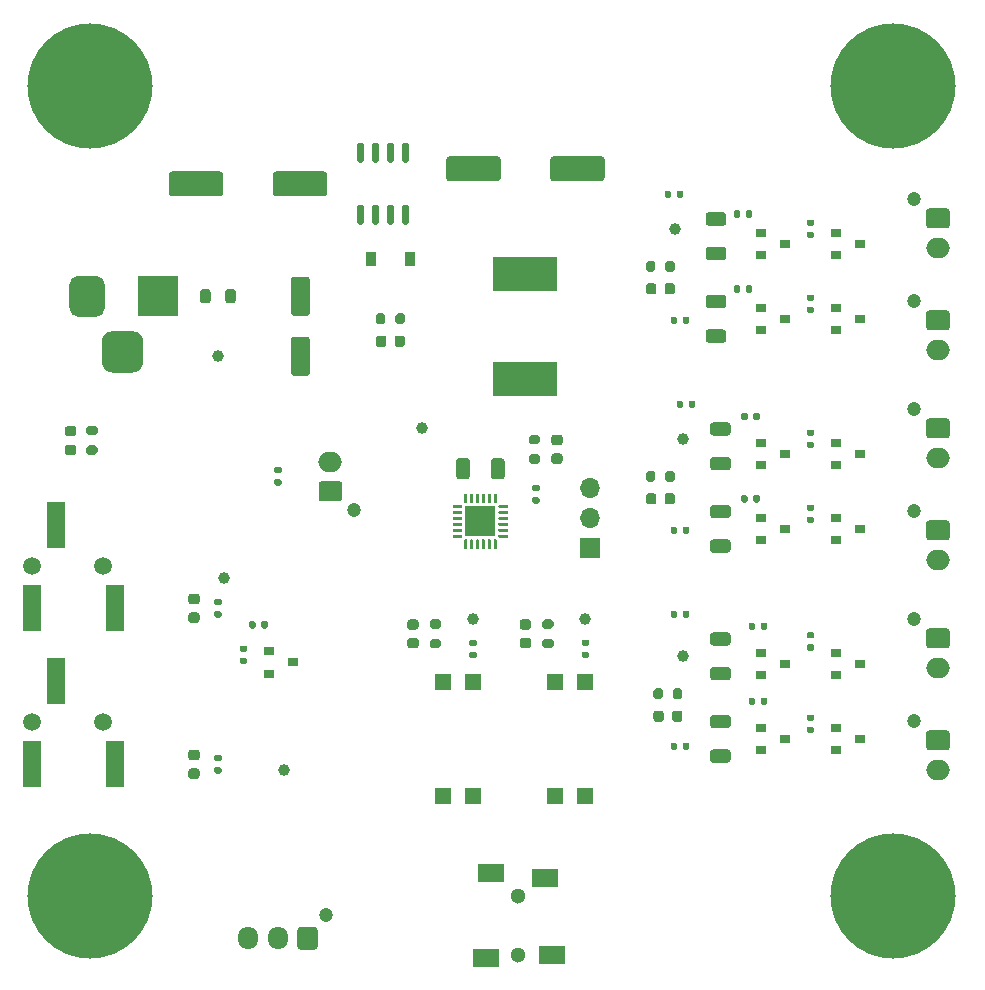
<source format=gbr>
%TF.GenerationSoftware,KiCad,Pcbnew,5.1.10-88a1d61d58~90~ubuntu20.04.1*%
%TF.CreationDate,2021-08-03T18:26:50-06:00*%
%TF.ProjectId,ring_light_controller,72696e67-5f6c-4696-9768-745f636f6e74,5*%
%TF.SameCoordinates,Original*%
%TF.FileFunction,Soldermask,Top*%
%TF.FilePolarity,Negative*%
%FSLAX46Y46*%
G04 Gerber Fmt 4.6, Leading zero omitted, Abs format (unit mm)*
G04 Created by KiCad (PCBNEW 5.1.10-88a1d61d58~90~ubuntu20.04.1) date 2021-08-03 18:26:50*
%MOMM*%
%LPD*%
G01*
G04 APERTURE LIST*
%ADD10R,1.500000X4.000000*%
%ADD11C,1.500000*%
%ADD12O,2.000000X1.700000*%
%ADD13C,1.200000*%
%ADD14C,1.300000*%
%ADD15R,2.200000X1.500000*%
%ADD16R,0.900000X1.200000*%
%ADD17C,0.900000*%
%ADD18C,10.600000*%
%ADD19R,3.500000X3.500000*%
%ADD20O,1.700000X1.950000*%
%ADD21R,0.900000X0.800000*%
%ADD22C,1.000000*%
%ADD23R,2.600000X2.600000*%
%ADD24R,1.470000X1.410000*%
%ADD25R,5.400000X2.900000*%
%ADD26R,1.700000X1.700000*%
%ADD27O,1.700000X1.700000*%
G04 APERTURE END LIST*
D10*
%TO.C,J2*%
X103124000Y-103180000D03*
X101124000Y-110180000D03*
X108124000Y-110180000D03*
D11*
X101124000Y-106680000D03*
X107124000Y-106680000D03*
%TD*%
%TO.C,R27*%
G36*
G01*
X143579000Y-99804000D02*
X143949000Y-99804000D01*
G75*
G02*
X144084000Y-99939000I0J-135000D01*
G01*
X144084000Y-100209000D01*
G75*
G02*
X143949000Y-100344000I-135000J0D01*
G01*
X143579000Y-100344000D01*
G75*
G02*
X143444000Y-100209000I0J135000D01*
G01*
X143444000Y-99939000D01*
G75*
G02*
X143579000Y-99804000I135000J0D01*
G01*
G37*
G36*
G01*
X143579000Y-100824000D02*
X143949000Y-100824000D01*
G75*
G02*
X144084000Y-100959000I0J-135000D01*
G01*
X144084000Y-101229000D01*
G75*
G02*
X143949000Y-101364000I-135000J0D01*
G01*
X143579000Y-101364000D01*
G75*
G02*
X143444000Y-101229000I0J135000D01*
G01*
X143444000Y-100959000D01*
G75*
G02*
X143579000Y-100824000I135000J0D01*
G01*
G37*
%TD*%
%TO.C,J6*%
G36*
G01*
X177050000Y-102782000D02*
X178550000Y-102782000D01*
G75*
G02*
X178800000Y-103032000I0J-250000D01*
G01*
X178800000Y-104232000D01*
G75*
G02*
X178550000Y-104482000I-250000J0D01*
G01*
X177050000Y-104482000D01*
G75*
G02*
X176800000Y-104232000I0J250000D01*
G01*
X176800000Y-103032000D01*
G75*
G02*
X177050000Y-102782000I250000J0D01*
G01*
G37*
D12*
X177800000Y-106132000D03*
D13*
X175800000Y-102032000D03*
%TD*%
D14*
%TO.C,J1*%
X142240000Y-134605000D03*
X142240000Y-139605000D03*
D15*
X144540000Y-133105000D03*
X139940000Y-132605000D03*
X139540000Y-139805000D03*
X145140000Y-139605000D03*
%TD*%
%TO.C,C1*%
G36*
G01*
X137015000Y-99075001D02*
X137015000Y-97774999D01*
G75*
G02*
X137264999Y-97525000I249999J0D01*
G01*
X137915001Y-97525000D01*
G75*
G02*
X138165000Y-97774999I0J-249999D01*
G01*
X138165000Y-99075001D01*
G75*
G02*
X137915001Y-99325000I-249999J0D01*
G01*
X137264999Y-99325000D01*
G75*
G02*
X137015000Y-99075001I0J249999D01*
G01*
G37*
G36*
G01*
X139965000Y-99075001D02*
X139965000Y-97774999D01*
G75*
G02*
X140214999Y-97525000I249999J0D01*
G01*
X140865001Y-97525000D01*
G75*
G02*
X141115000Y-97774999I0J-249999D01*
G01*
X141115000Y-99075001D01*
G75*
G02*
X140865001Y-99325000I-249999J0D01*
G01*
X140214999Y-99325000D01*
G75*
G02*
X139965000Y-99075001I0J249999D01*
G01*
G37*
%TD*%
%TO.C,C2*%
G36*
G01*
X136175000Y-73825001D02*
X136175000Y-72224999D01*
G75*
G02*
X136424999Y-71975000I249999J0D01*
G01*
X140525001Y-71975000D01*
G75*
G02*
X140775000Y-72224999I0J-249999D01*
G01*
X140775000Y-73825001D01*
G75*
G02*
X140525001Y-74075000I-249999J0D01*
G01*
X136424999Y-74075000D01*
G75*
G02*
X136175000Y-73825001I0J249999D01*
G01*
G37*
G36*
G01*
X144975000Y-73825001D02*
X144975000Y-72224999D01*
G75*
G02*
X145224999Y-71975000I249999J0D01*
G01*
X149325001Y-71975000D01*
G75*
G02*
X149575000Y-72224999I0J-249999D01*
G01*
X149575000Y-73825001D01*
G75*
G02*
X149325001Y-74075000I-249999J0D01*
G01*
X145224999Y-74075000D01*
G75*
G02*
X144975000Y-73825001I0J249999D01*
G01*
G37*
%TD*%
%TO.C,C3*%
G36*
G01*
X123275000Y-82160000D02*
X124375000Y-82160000D01*
G75*
G02*
X124625000Y-82410000I0J-250000D01*
G01*
X124625000Y-85235000D01*
G75*
G02*
X124375000Y-85485000I-250000J0D01*
G01*
X123275000Y-85485000D01*
G75*
G02*
X123025000Y-85235000I0J250000D01*
G01*
X123025000Y-82410000D01*
G75*
G02*
X123275000Y-82160000I250000J0D01*
G01*
G37*
G36*
G01*
X123275000Y-87235000D02*
X124375000Y-87235000D01*
G75*
G02*
X124625000Y-87485000I0J-250000D01*
G01*
X124625000Y-90310000D01*
G75*
G02*
X124375000Y-90560000I-250000J0D01*
G01*
X123275000Y-90560000D01*
G75*
G02*
X123025000Y-90310000I0J250000D01*
G01*
X123025000Y-87485000D01*
G75*
G02*
X123275000Y-87235000I250000J0D01*
G01*
G37*
%TD*%
%TO.C,C4*%
G36*
G01*
X121480000Y-75095001D02*
X121480000Y-73494999D01*
G75*
G02*
X121729999Y-73245000I249999J0D01*
G01*
X125830001Y-73245000D01*
G75*
G02*
X126080000Y-73494999I0J-249999D01*
G01*
X126080000Y-75095001D01*
G75*
G02*
X125830001Y-75345000I-249999J0D01*
G01*
X121729999Y-75345000D01*
G75*
G02*
X121480000Y-75095001I0J249999D01*
G01*
G37*
G36*
G01*
X112680000Y-75095001D02*
X112680000Y-73494999D01*
G75*
G02*
X112929999Y-73245000I249999J0D01*
G01*
X117030001Y-73245000D01*
G75*
G02*
X117280000Y-73494999I0J-249999D01*
G01*
X117280000Y-75095001D01*
G75*
G02*
X117030001Y-75345000I-249999J0D01*
G01*
X112929999Y-75345000D01*
G75*
G02*
X112680000Y-75095001I0J249999D01*
G01*
G37*
%TD*%
%TO.C,D1*%
G36*
G01*
X145798250Y-96424000D02*
X145285750Y-96424000D01*
G75*
G02*
X145067000Y-96205250I0J218750D01*
G01*
X145067000Y-95767750D01*
G75*
G02*
X145285750Y-95549000I218750J0D01*
G01*
X145798250Y-95549000D01*
G75*
G02*
X146017000Y-95767750I0J-218750D01*
G01*
X146017000Y-96205250D01*
G75*
G02*
X145798250Y-96424000I-218750J0D01*
G01*
G37*
G36*
G01*
X145798250Y-97999000D02*
X145285750Y-97999000D01*
G75*
G02*
X145067000Y-97780250I0J218750D01*
G01*
X145067000Y-97342750D01*
G75*
G02*
X145285750Y-97124000I218750J0D01*
G01*
X145798250Y-97124000D01*
G75*
G02*
X146017000Y-97342750I0J-218750D01*
G01*
X146017000Y-97780250D01*
G75*
G02*
X145798250Y-97999000I-218750J0D01*
G01*
G37*
%TD*%
%TO.C,D2*%
G36*
G01*
X156165000Y-119123750D02*
X156165000Y-119636250D01*
G75*
G02*
X155946250Y-119855000I-218750J0D01*
G01*
X155508750Y-119855000D01*
G75*
G02*
X155290000Y-119636250I0J218750D01*
G01*
X155290000Y-119123750D01*
G75*
G02*
X155508750Y-118905000I218750J0D01*
G01*
X155946250Y-118905000D01*
G75*
G02*
X156165000Y-119123750I0J-218750D01*
G01*
G37*
G36*
G01*
X154590000Y-119123750D02*
X154590000Y-119636250D01*
G75*
G02*
X154371250Y-119855000I-218750J0D01*
G01*
X153933750Y-119855000D01*
G75*
G02*
X153715000Y-119636250I0J218750D01*
G01*
X153715000Y-119123750D01*
G75*
G02*
X153933750Y-118905000I218750J0D01*
G01*
X154371250Y-118905000D01*
G75*
G02*
X154590000Y-119123750I0J-218750D01*
G01*
G37*
%TD*%
%TO.C,D3*%
G36*
G01*
X155530000Y-100708750D02*
X155530000Y-101221250D01*
G75*
G02*
X155311250Y-101440000I-218750J0D01*
G01*
X154873750Y-101440000D01*
G75*
G02*
X154655000Y-101221250I0J218750D01*
G01*
X154655000Y-100708750D01*
G75*
G02*
X154873750Y-100490000I218750J0D01*
G01*
X155311250Y-100490000D01*
G75*
G02*
X155530000Y-100708750I0J-218750D01*
G01*
G37*
G36*
G01*
X153955000Y-100708750D02*
X153955000Y-101221250D01*
G75*
G02*
X153736250Y-101440000I-218750J0D01*
G01*
X153298750Y-101440000D01*
G75*
G02*
X153080000Y-101221250I0J218750D01*
G01*
X153080000Y-100708750D01*
G75*
G02*
X153298750Y-100490000I218750J0D01*
G01*
X153736250Y-100490000D01*
G75*
G02*
X153955000Y-100708750I0J-218750D01*
G01*
G37*
%TD*%
%TO.C,D4*%
G36*
G01*
X153955000Y-82928750D02*
X153955000Y-83441250D01*
G75*
G02*
X153736250Y-83660000I-218750J0D01*
G01*
X153298750Y-83660000D01*
G75*
G02*
X153080000Y-83441250I0J218750D01*
G01*
X153080000Y-82928750D01*
G75*
G02*
X153298750Y-82710000I218750J0D01*
G01*
X153736250Y-82710000D01*
G75*
G02*
X153955000Y-82928750I0J-218750D01*
G01*
G37*
G36*
G01*
X155530000Y-82928750D02*
X155530000Y-83441250D01*
G75*
G02*
X155311250Y-83660000I-218750J0D01*
G01*
X154873750Y-83660000D01*
G75*
G02*
X154655000Y-83441250I0J218750D01*
G01*
X154655000Y-82928750D01*
G75*
G02*
X154873750Y-82710000I218750J0D01*
G01*
X155311250Y-82710000D01*
G75*
G02*
X155530000Y-82928750I0J-218750D01*
G01*
G37*
%TD*%
%TO.C,D5*%
G36*
G01*
X132670000Y-87373750D02*
X132670000Y-87886250D01*
G75*
G02*
X132451250Y-88105000I-218750J0D01*
G01*
X132013750Y-88105000D01*
G75*
G02*
X131795000Y-87886250I0J218750D01*
G01*
X131795000Y-87373750D01*
G75*
G02*
X132013750Y-87155000I218750J0D01*
G01*
X132451250Y-87155000D01*
G75*
G02*
X132670000Y-87373750I0J-218750D01*
G01*
G37*
G36*
G01*
X131095000Y-87373750D02*
X131095000Y-87886250D01*
G75*
G02*
X130876250Y-88105000I-218750J0D01*
G01*
X130438750Y-88105000D01*
G75*
G02*
X130220000Y-87886250I0J218750D01*
G01*
X130220000Y-87373750D01*
G75*
G02*
X130438750Y-87155000I218750J0D01*
G01*
X130876250Y-87155000D01*
G75*
G02*
X131095000Y-87373750I0J-218750D01*
G01*
G37*
%TD*%
D16*
%TO.C,D6*%
X129795000Y-80645000D03*
X133095000Y-80645000D03*
%TD*%
%TO.C,FB1*%
G36*
G01*
X118340000Y-83438750D02*
X118340000Y-84201250D01*
G75*
G02*
X118121250Y-84420000I-218750J0D01*
G01*
X117683750Y-84420000D01*
G75*
G02*
X117465000Y-84201250I0J218750D01*
G01*
X117465000Y-83438750D01*
G75*
G02*
X117683750Y-83220000I218750J0D01*
G01*
X118121250Y-83220000D01*
G75*
G02*
X118340000Y-83438750I0J-218750D01*
G01*
G37*
G36*
G01*
X116215000Y-83438750D02*
X116215000Y-84201250D01*
G75*
G02*
X115996250Y-84420000I-218750J0D01*
G01*
X115558750Y-84420000D01*
G75*
G02*
X115340000Y-84201250I0J218750D01*
G01*
X115340000Y-83438750D01*
G75*
G02*
X115558750Y-83220000I218750J0D01*
G01*
X115996250Y-83220000D01*
G75*
G02*
X116215000Y-83438750I0J-218750D01*
G01*
G37*
%TD*%
D17*
%TO.C,H1*%
X176800749Y-131809251D03*
X173990000Y-130645000D03*
X171179251Y-131809251D03*
X170015000Y-134620000D03*
X171179251Y-137430749D03*
X173990000Y-138595000D03*
X176800749Y-137430749D03*
X177965000Y-134620000D03*
D18*
X173990000Y-134620000D03*
%TD*%
%TO.C,H2*%
X173990000Y-66040000D03*
D17*
X177965000Y-66040000D03*
X176800749Y-68850749D03*
X173990000Y-70015000D03*
X171179251Y-68850749D03*
X170015000Y-66040000D03*
X171179251Y-63229251D03*
X173990000Y-62065000D03*
X176800749Y-63229251D03*
%TD*%
%TO.C,H3*%
X108855749Y-63229251D03*
X106045000Y-62065000D03*
X103234251Y-63229251D03*
X102070000Y-66040000D03*
X103234251Y-68850749D03*
X106045000Y-70015000D03*
X108855749Y-68850749D03*
X110020000Y-66040000D03*
D18*
X106045000Y-66040000D03*
%TD*%
%TO.C,H4*%
X106045000Y-134620000D03*
D17*
X110020000Y-134620000D03*
X108855749Y-137430749D03*
X106045000Y-138595000D03*
X103234251Y-137430749D03*
X102070000Y-134620000D03*
X103234251Y-131809251D03*
X106045000Y-130645000D03*
X108855749Y-131809251D03*
%TD*%
D13*
%TO.C,J4*%
X175800000Y-119812000D03*
D12*
X177800000Y-123912000D03*
G36*
G01*
X177050000Y-120562000D02*
X178550000Y-120562000D01*
G75*
G02*
X178800000Y-120812000I0J-250000D01*
G01*
X178800000Y-122012000D01*
G75*
G02*
X178550000Y-122262000I-250000J0D01*
G01*
X177050000Y-122262000D01*
G75*
G02*
X176800000Y-122012000I0J250000D01*
G01*
X176800000Y-120812000D01*
G75*
G02*
X177050000Y-120562000I250000J0D01*
G01*
G37*
%TD*%
%TO.C,J5*%
G36*
G01*
X177050000Y-111926000D02*
X178550000Y-111926000D01*
G75*
G02*
X178800000Y-112176000I0J-250000D01*
G01*
X178800000Y-113376000D01*
G75*
G02*
X178550000Y-113626000I-250000J0D01*
G01*
X177050000Y-113626000D01*
G75*
G02*
X176800000Y-113376000I0J250000D01*
G01*
X176800000Y-112176000D01*
G75*
G02*
X177050000Y-111926000I250000J0D01*
G01*
G37*
X177800000Y-115276000D03*
D13*
X175800000Y-111176000D03*
%TD*%
%TO.C,J7*%
X175800000Y-93396000D03*
D12*
X177800000Y-97496000D03*
G36*
G01*
X177050000Y-94146000D02*
X178550000Y-94146000D01*
G75*
G02*
X178800000Y-94396000I0J-250000D01*
G01*
X178800000Y-95596000D01*
G75*
G02*
X178550000Y-95846000I-250000J0D01*
G01*
X177050000Y-95846000D01*
G75*
G02*
X176800000Y-95596000I0J250000D01*
G01*
X176800000Y-94396000D01*
G75*
G02*
X177050000Y-94146000I250000J0D01*
G01*
G37*
%TD*%
D19*
%TO.C,J8*%
X111760000Y-83820000D03*
G36*
G01*
X104260000Y-84820000D02*
X104260000Y-82820000D01*
G75*
G02*
X105010000Y-82070000I750000J0D01*
G01*
X106510000Y-82070000D01*
G75*
G02*
X107260000Y-82820000I0J-750000D01*
G01*
X107260000Y-84820000D01*
G75*
G02*
X106510000Y-85570000I-750000J0D01*
G01*
X105010000Y-85570000D01*
G75*
G02*
X104260000Y-84820000I0J750000D01*
G01*
G37*
G36*
G01*
X107010000Y-89395000D02*
X107010000Y-87645000D01*
G75*
G02*
X107885000Y-86770000I875000J0D01*
G01*
X109635000Y-86770000D01*
G75*
G02*
X110510000Y-87645000I0J-875000D01*
G01*
X110510000Y-89395000D01*
G75*
G02*
X109635000Y-90270000I-875000J0D01*
G01*
X107885000Y-90270000D01*
G75*
G02*
X107010000Y-89395000I0J875000D01*
G01*
G37*
%TD*%
D13*
%TO.C,J10*%
X175800000Y-84252000D03*
D12*
X177800000Y-88352000D03*
G36*
G01*
X177050000Y-85002000D02*
X178550000Y-85002000D01*
G75*
G02*
X178800000Y-85252000I0J-250000D01*
G01*
X178800000Y-86452000D01*
G75*
G02*
X178550000Y-86702000I-250000J0D01*
G01*
X177050000Y-86702000D01*
G75*
G02*
X176800000Y-86452000I0J250000D01*
G01*
X176800000Y-85252000D01*
G75*
G02*
X177050000Y-85002000I250000J0D01*
G01*
G37*
%TD*%
%TO.C,J11*%
G36*
G01*
X177050000Y-76366000D02*
X178550000Y-76366000D01*
G75*
G02*
X178800000Y-76616000I0J-250000D01*
G01*
X178800000Y-77816000D01*
G75*
G02*
X178550000Y-78066000I-250000J0D01*
G01*
X177050000Y-78066000D01*
G75*
G02*
X176800000Y-77816000I0J250000D01*
G01*
X176800000Y-76616000D01*
G75*
G02*
X177050000Y-76366000I250000J0D01*
G01*
G37*
X177800000Y-79716000D03*
D13*
X175800000Y-75616000D03*
%TD*%
%TO.C,J12*%
G36*
G01*
X125270000Y-137451000D02*
X125270000Y-138901000D01*
G75*
G02*
X125020000Y-139151000I-250000J0D01*
G01*
X123820000Y-139151000D01*
G75*
G02*
X123570000Y-138901000I0J250000D01*
G01*
X123570000Y-137451000D01*
G75*
G02*
X123820000Y-137201000I250000J0D01*
G01*
X125020000Y-137201000D01*
G75*
G02*
X125270000Y-137451000I0J-250000D01*
G01*
G37*
D20*
X121920000Y-138176000D03*
X119420000Y-138176000D03*
D13*
X126020000Y-136176000D03*
%TD*%
D21*
%TO.C,Q1*%
X121174000Y-113858000D03*
X121174000Y-115758000D03*
X123174000Y-114808000D03*
%TD*%
%TO.C,Q2*%
X164830000Y-121285000D03*
X162830000Y-122235000D03*
X162830000Y-120335000D03*
%TD*%
%TO.C,Q3*%
X162830000Y-113985000D03*
X162830000Y-115885000D03*
X164830000Y-114935000D03*
%TD*%
%TO.C,Q4*%
X171180000Y-121285000D03*
X169180000Y-122235000D03*
X169180000Y-120335000D03*
%TD*%
%TO.C,Q5*%
X171180000Y-114935000D03*
X169180000Y-115885000D03*
X169180000Y-113985000D03*
%TD*%
%TO.C,Q6*%
X162830000Y-102555000D03*
X162830000Y-104455000D03*
X164830000Y-103505000D03*
%TD*%
%TO.C,Q7*%
X162830000Y-96205000D03*
X162830000Y-98105000D03*
X164830000Y-97155000D03*
%TD*%
%TO.C,Q8*%
X169180000Y-102555000D03*
X169180000Y-104455000D03*
X171180000Y-103505000D03*
%TD*%
%TO.C,Q9*%
X171180000Y-97155000D03*
X169180000Y-98105000D03*
X169180000Y-96205000D03*
%TD*%
%TO.C,Q10*%
X162830000Y-84775000D03*
X162830000Y-86675000D03*
X164830000Y-85725000D03*
%TD*%
%TO.C,Q11*%
X162830000Y-78425000D03*
X162830000Y-80325000D03*
X164830000Y-79375000D03*
%TD*%
%TO.C,Q12*%
X171180000Y-85725000D03*
X169180000Y-86675000D03*
X169180000Y-84775000D03*
%TD*%
%TO.C,Q13*%
X171180000Y-79375000D03*
X169180000Y-80325000D03*
X169180000Y-78425000D03*
%TD*%
%TO.C,R1*%
G36*
G01*
X143362000Y-97199000D02*
X143912000Y-97199000D01*
G75*
G02*
X144112000Y-97399000I0J-200000D01*
G01*
X144112000Y-97799000D01*
G75*
G02*
X143912000Y-97999000I-200000J0D01*
G01*
X143362000Y-97999000D01*
G75*
G02*
X143162000Y-97799000I0J200000D01*
G01*
X143162000Y-97399000D01*
G75*
G02*
X143362000Y-97199000I200000J0D01*
G01*
G37*
G36*
G01*
X143362000Y-95549000D02*
X143912000Y-95549000D01*
G75*
G02*
X144112000Y-95749000I0J-200000D01*
G01*
X144112000Y-96149000D01*
G75*
G02*
X143912000Y-96349000I-200000J0D01*
G01*
X143362000Y-96349000D01*
G75*
G02*
X143162000Y-96149000I0J200000D01*
G01*
X143162000Y-95749000D01*
G75*
G02*
X143362000Y-95549000I200000J0D01*
G01*
G37*
%TD*%
%TO.C,R2*%
G36*
G01*
X155365000Y-117750000D02*
X155365000Y-117200000D01*
G75*
G02*
X155565000Y-117000000I200000J0D01*
G01*
X155965000Y-117000000D01*
G75*
G02*
X156165000Y-117200000I0J-200000D01*
G01*
X156165000Y-117750000D01*
G75*
G02*
X155965000Y-117950000I-200000J0D01*
G01*
X155565000Y-117950000D01*
G75*
G02*
X155365000Y-117750000I0J200000D01*
G01*
G37*
G36*
G01*
X153715000Y-117750000D02*
X153715000Y-117200000D01*
G75*
G02*
X153915000Y-117000000I200000J0D01*
G01*
X154315000Y-117000000D01*
G75*
G02*
X154515000Y-117200000I0J-200000D01*
G01*
X154515000Y-117750000D01*
G75*
G02*
X154315000Y-117950000I-200000J0D01*
G01*
X153915000Y-117950000D01*
G75*
G02*
X153715000Y-117750000I0J200000D01*
G01*
G37*
%TD*%
%TO.C,R3*%
G36*
G01*
X153080000Y-99335000D02*
X153080000Y-98785000D01*
G75*
G02*
X153280000Y-98585000I200000J0D01*
G01*
X153680000Y-98585000D01*
G75*
G02*
X153880000Y-98785000I0J-200000D01*
G01*
X153880000Y-99335000D01*
G75*
G02*
X153680000Y-99535000I-200000J0D01*
G01*
X153280000Y-99535000D01*
G75*
G02*
X153080000Y-99335000I0J200000D01*
G01*
G37*
G36*
G01*
X154730000Y-99335000D02*
X154730000Y-98785000D01*
G75*
G02*
X154930000Y-98585000I200000J0D01*
G01*
X155330000Y-98585000D01*
G75*
G02*
X155530000Y-98785000I0J-200000D01*
G01*
X155530000Y-99335000D01*
G75*
G02*
X155330000Y-99535000I-200000J0D01*
G01*
X154930000Y-99535000D01*
G75*
G02*
X154730000Y-99335000I0J200000D01*
G01*
G37*
%TD*%
%TO.C,R4*%
G36*
G01*
X154730000Y-81555000D02*
X154730000Y-81005000D01*
G75*
G02*
X154930000Y-80805000I200000J0D01*
G01*
X155330000Y-80805000D01*
G75*
G02*
X155530000Y-81005000I0J-200000D01*
G01*
X155530000Y-81555000D01*
G75*
G02*
X155330000Y-81755000I-200000J0D01*
G01*
X154930000Y-81755000D01*
G75*
G02*
X154730000Y-81555000I0J200000D01*
G01*
G37*
G36*
G01*
X153080000Y-81555000D02*
X153080000Y-81005000D01*
G75*
G02*
X153280000Y-80805000I200000J0D01*
G01*
X153680000Y-80805000D01*
G75*
G02*
X153880000Y-81005000I0J-200000D01*
G01*
X153880000Y-81555000D01*
G75*
G02*
X153680000Y-81755000I-200000J0D01*
G01*
X153280000Y-81755000D01*
G75*
G02*
X153080000Y-81555000I0J200000D01*
G01*
G37*
%TD*%
%TO.C,R5*%
G36*
G01*
X130220000Y-86000000D02*
X130220000Y-85450000D01*
G75*
G02*
X130420000Y-85250000I200000J0D01*
G01*
X130820000Y-85250000D01*
G75*
G02*
X131020000Y-85450000I0J-200000D01*
G01*
X131020000Y-86000000D01*
G75*
G02*
X130820000Y-86200000I-200000J0D01*
G01*
X130420000Y-86200000D01*
G75*
G02*
X130220000Y-86000000I0J200000D01*
G01*
G37*
G36*
G01*
X131870000Y-86000000D02*
X131870000Y-85450000D01*
G75*
G02*
X132070000Y-85250000I200000J0D01*
G01*
X132470000Y-85250000D01*
G75*
G02*
X132670000Y-85450000I0J-200000D01*
G01*
X132670000Y-86000000D01*
G75*
G02*
X132470000Y-86200000I-200000J0D01*
G01*
X132070000Y-86200000D01*
G75*
G02*
X131870000Y-86000000I0J200000D01*
G01*
G37*
%TD*%
%TO.C,R7*%
G36*
G01*
X120509000Y-111818000D02*
X120509000Y-111448000D01*
G75*
G02*
X120644000Y-111313000I135000J0D01*
G01*
X120914000Y-111313000D01*
G75*
G02*
X121049000Y-111448000I0J-135000D01*
G01*
X121049000Y-111818000D01*
G75*
G02*
X120914000Y-111953000I-135000J0D01*
G01*
X120644000Y-111953000D01*
G75*
G02*
X120509000Y-111818000I0J135000D01*
G01*
G37*
G36*
G01*
X119489000Y-111818000D02*
X119489000Y-111448000D01*
G75*
G02*
X119624000Y-111313000I135000J0D01*
G01*
X119894000Y-111313000D01*
G75*
G02*
X120029000Y-111448000I0J-135000D01*
G01*
X120029000Y-111818000D01*
G75*
G02*
X119894000Y-111953000I-135000J0D01*
G01*
X119624000Y-111953000D01*
G75*
G02*
X119489000Y-111818000I0J135000D01*
G01*
G37*
%TD*%
%TO.C,R9*%
G36*
G01*
X138615000Y-114445000D02*
X138245000Y-114445000D01*
G75*
G02*
X138110000Y-114310000I0J135000D01*
G01*
X138110000Y-114040000D01*
G75*
G02*
X138245000Y-113905000I135000J0D01*
G01*
X138615000Y-113905000D01*
G75*
G02*
X138750000Y-114040000I0J-135000D01*
G01*
X138750000Y-114310000D01*
G75*
G02*
X138615000Y-114445000I-135000J0D01*
G01*
G37*
G36*
G01*
X138615000Y-113425000D02*
X138245000Y-113425000D01*
G75*
G02*
X138110000Y-113290000I0J135000D01*
G01*
X138110000Y-113020000D01*
G75*
G02*
X138245000Y-112885000I135000J0D01*
G01*
X138615000Y-112885000D01*
G75*
G02*
X138750000Y-113020000I0J-135000D01*
G01*
X138750000Y-113290000D01*
G75*
G02*
X138615000Y-113425000I-135000J0D01*
G01*
G37*
%TD*%
%TO.C,R10*%
G36*
G01*
X148140000Y-114445000D02*
X147770000Y-114445000D01*
G75*
G02*
X147635000Y-114310000I0J135000D01*
G01*
X147635000Y-114040000D01*
G75*
G02*
X147770000Y-113905000I135000J0D01*
G01*
X148140000Y-113905000D01*
G75*
G02*
X148275000Y-114040000I0J-135000D01*
G01*
X148275000Y-114310000D01*
G75*
G02*
X148140000Y-114445000I-135000J0D01*
G01*
G37*
G36*
G01*
X148140000Y-113425000D02*
X147770000Y-113425000D01*
G75*
G02*
X147635000Y-113290000I0J135000D01*
G01*
X147635000Y-113020000D01*
G75*
G02*
X147770000Y-112885000I135000J0D01*
G01*
X148140000Y-112885000D01*
G75*
G02*
X148275000Y-113020000I0J-135000D01*
G01*
X148275000Y-113290000D01*
G75*
G02*
X148140000Y-113425000I-135000J0D01*
G01*
G37*
%TD*%
%TO.C,R11*%
G36*
G01*
X118814000Y-114413000D02*
X119184000Y-114413000D01*
G75*
G02*
X119319000Y-114548000I0J-135000D01*
G01*
X119319000Y-114818000D01*
G75*
G02*
X119184000Y-114953000I-135000J0D01*
G01*
X118814000Y-114953000D01*
G75*
G02*
X118679000Y-114818000I0J135000D01*
G01*
X118679000Y-114548000D01*
G75*
G02*
X118814000Y-114413000I135000J0D01*
G01*
G37*
G36*
G01*
X118814000Y-113393000D02*
X119184000Y-113393000D01*
G75*
G02*
X119319000Y-113528000I0J-135000D01*
G01*
X119319000Y-113798000D01*
G75*
G02*
X119184000Y-113933000I-135000J0D01*
G01*
X118814000Y-113933000D01*
G75*
G02*
X118679000Y-113798000I0J135000D01*
G01*
X118679000Y-113528000D01*
G75*
G02*
X118814000Y-113393000I135000J0D01*
G01*
G37*
%TD*%
%TO.C,R12*%
G36*
G01*
X121735000Y-99300000D02*
X122105000Y-99300000D01*
G75*
G02*
X122240000Y-99435000I0J-135000D01*
G01*
X122240000Y-99705000D01*
G75*
G02*
X122105000Y-99840000I-135000J0D01*
G01*
X121735000Y-99840000D01*
G75*
G02*
X121600000Y-99705000I0J135000D01*
G01*
X121600000Y-99435000D01*
G75*
G02*
X121735000Y-99300000I135000J0D01*
G01*
G37*
G36*
G01*
X121735000Y-98280000D02*
X122105000Y-98280000D01*
G75*
G02*
X122240000Y-98415000I0J-135000D01*
G01*
X122240000Y-98685000D01*
G75*
G02*
X122105000Y-98820000I-135000J0D01*
G01*
X121735000Y-98820000D01*
G75*
G02*
X121600000Y-98685000I0J135000D01*
G01*
X121600000Y-98415000D01*
G75*
G02*
X121735000Y-98280000I135000J0D01*
G01*
G37*
%TD*%
%TO.C,R13*%
G36*
G01*
X166820000Y-119235000D02*
X167190000Y-119235000D01*
G75*
G02*
X167325000Y-119370000I0J-135000D01*
G01*
X167325000Y-119640000D01*
G75*
G02*
X167190000Y-119775000I-135000J0D01*
G01*
X166820000Y-119775000D01*
G75*
G02*
X166685000Y-119640000I0J135000D01*
G01*
X166685000Y-119370000D01*
G75*
G02*
X166820000Y-119235000I135000J0D01*
G01*
G37*
G36*
G01*
X166820000Y-120255000D02*
X167190000Y-120255000D01*
G75*
G02*
X167325000Y-120390000I0J-135000D01*
G01*
X167325000Y-120660000D01*
G75*
G02*
X167190000Y-120795000I-135000J0D01*
G01*
X166820000Y-120795000D01*
G75*
G02*
X166685000Y-120660000I0J135000D01*
G01*
X166685000Y-120390000D01*
G75*
G02*
X166820000Y-120255000I135000J0D01*
G01*
G37*
%TD*%
%TO.C,R14*%
G36*
G01*
X166820000Y-112250000D02*
X167190000Y-112250000D01*
G75*
G02*
X167325000Y-112385000I0J-135000D01*
G01*
X167325000Y-112655000D01*
G75*
G02*
X167190000Y-112790000I-135000J0D01*
G01*
X166820000Y-112790000D01*
G75*
G02*
X166685000Y-112655000I0J135000D01*
G01*
X166685000Y-112385000D01*
G75*
G02*
X166820000Y-112250000I135000J0D01*
G01*
G37*
G36*
G01*
X166820000Y-113270000D02*
X167190000Y-113270000D01*
G75*
G02*
X167325000Y-113405000I0J-135000D01*
G01*
X167325000Y-113675000D01*
G75*
G02*
X167190000Y-113810000I-135000J0D01*
G01*
X166820000Y-113810000D01*
G75*
G02*
X166685000Y-113675000I0J135000D01*
G01*
X166685000Y-113405000D01*
G75*
G02*
X166820000Y-113270000I135000J0D01*
G01*
G37*
%TD*%
%TO.C,R15*%
G36*
G01*
X162800000Y-118295000D02*
X162800000Y-117925000D01*
G75*
G02*
X162935000Y-117790000I135000J0D01*
G01*
X163205000Y-117790000D01*
G75*
G02*
X163340000Y-117925000I0J-135000D01*
G01*
X163340000Y-118295000D01*
G75*
G02*
X163205000Y-118430000I-135000J0D01*
G01*
X162935000Y-118430000D01*
G75*
G02*
X162800000Y-118295000I0J135000D01*
G01*
G37*
G36*
G01*
X161780000Y-118295000D02*
X161780000Y-117925000D01*
G75*
G02*
X161915000Y-117790000I135000J0D01*
G01*
X162185000Y-117790000D01*
G75*
G02*
X162320000Y-117925000I0J-135000D01*
G01*
X162320000Y-118295000D01*
G75*
G02*
X162185000Y-118430000I-135000J0D01*
G01*
X161915000Y-118430000D01*
G75*
G02*
X161780000Y-118295000I0J135000D01*
G01*
G37*
%TD*%
%TO.C,R16*%
G36*
G01*
X162800000Y-111945000D02*
X162800000Y-111575000D01*
G75*
G02*
X162935000Y-111440000I135000J0D01*
G01*
X163205000Y-111440000D01*
G75*
G02*
X163340000Y-111575000I0J-135000D01*
G01*
X163340000Y-111945000D01*
G75*
G02*
X163205000Y-112080000I-135000J0D01*
G01*
X162935000Y-112080000D01*
G75*
G02*
X162800000Y-111945000I0J135000D01*
G01*
G37*
G36*
G01*
X161780000Y-111945000D02*
X161780000Y-111575000D01*
G75*
G02*
X161915000Y-111440000I135000J0D01*
G01*
X162185000Y-111440000D01*
G75*
G02*
X162320000Y-111575000I0J-135000D01*
G01*
X162320000Y-111945000D01*
G75*
G02*
X162185000Y-112080000I-135000J0D01*
G01*
X161915000Y-112080000D01*
G75*
G02*
X161780000Y-111945000I0J135000D01*
G01*
G37*
%TD*%
%TO.C,R19*%
G36*
G01*
X166820000Y-101455000D02*
X167190000Y-101455000D01*
G75*
G02*
X167325000Y-101590000I0J-135000D01*
G01*
X167325000Y-101860000D01*
G75*
G02*
X167190000Y-101995000I-135000J0D01*
G01*
X166820000Y-101995000D01*
G75*
G02*
X166685000Y-101860000I0J135000D01*
G01*
X166685000Y-101590000D01*
G75*
G02*
X166820000Y-101455000I135000J0D01*
G01*
G37*
G36*
G01*
X166820000Y-102475000D02*
X167190000Y-102475000D01*
G75*
G02*
X167325000Y-102610000I0J-135000D01*
G01*
X167325000Y-102880000D01*
G75*
G02*
X167190000Y-103015000I-135000J0D01*
G01*
X166820000Y-103015000D01*
G75*
G02*
X166685000Y-102880000I0J135000D01*
G01*
X166685000Y-102610000D01*
G75*
G02*
X166820000Y-102475000I135000J0D01*
G01*
G37*
%TD*%
%TO.C,R20*%
G36*
G01*
X166820000Y-95105000D02*
X167190000Y-95105000D01*
G75*
G02*
X167325000Y-95240000I0J-135000D01*
G01*
X167325000Y-95510000D01*
G75*
G02*
X167190000Y-95645000I-135000J0D01*
G01*
X166820000Y-95645000D01*
G75*
G02*
X166685000Y-95510000I0J135000D01*
G01*
X166685000Y-95240000D01*
G75*
G02*
X166820000Y-95105000I135000J0D01*
G01*
G37*
G36*
G01*
X166820000Y-96125000D02*
X167190000Y-96125000D01*
G75*
G02*
X167325000Y-96260000I0J-135000D01*
G01*
X167325000Y-96530000D01*
G75*
G02*
X167190000Y-96665000I-135000J0D01*
G01*
X166820000Y-96665000D01*
G75*
G02*
X166685000Y-96530000I0J135000D01*
G01*
X166685000Y-96260000D01*
G75*
G02*
X166820000Y-96125000I135000J0D01*
G01*
G37*
%TD*%
%TO.C,R21*%
G36*
G01*
X162165000Y-101150000D02*
X162165000Y-100780000D01*
G75*
G02*
X162300000Y-100645000I135000J0D01*
G01*
X162570000Y-100645000D01*
G75*
G02*
X162705000Y-100780000I0J-135000D01*
G01*
X162705000Y-101150000D01*
G75*
G02*
X162570000Y-101285000I-135000J0D01*
G01*
X162300000Y-101285000D01*
G75*
G02*
X162165000Y-101150000I0J135000D01*
G01*
G37*
G36*
G01*
X161145000Y-101150000D02*
X161145000Y-100780000D01*
G75*
G02*
X161280000Y-100645000I135000J0D01*
G01*
X161550000Y-100645000D01*
G75*
G02*
X161685000Y-100780000I0J-135000D01*
G01*
X161685000Y-101150000D01*
G75*
G02*
X161550000Y-101285000I-135000J0D01*
G01*
X161280000Y-101285000D01*
G75*
G02*
X161145000Y-101150000I0J135000D01*
G01*
G37*
%TD*%
%TO.C,R22*%
G36*
G01*
X162165000Y-94165000D02*
X162165000Y-93795000D01*
G75*
G02*
X162300000Y-93660000I135000J0D01*
G01*
X162570000Y-93660000D01*
G75*
G02*
X162705000Y-93795000I0J-135000D01*
G01*
X162705000Y-94165000D01*
G75*
G02*
X162570000Y-94300000I-135000J0D01*
G01*
X162300000Y-94300000D01*
G75*
G02*
X162165000Y-94165000I0J135000D01*
G01*
G37*
G36*
G01*
X161145000Y-94165000D02*
X161145000Y-93795000D01*
G75*
G02*
X161280000Y-93660000I135000J0D01*
G01*
X161550000Y-93660000D01*
G75*
G02*
X161685000Y-93795000I0J-135000D01*
G01*
X161685000Y-94165000D01*
G75*
G02*
X161550000Y-94300000I-135000J0D01*
G01*
X161280000Y-94300000D01*
G75*
G02*
X161145000Y-94165000I0J135000D01*
G01*
G37*
%TD*%
%TO.C,R25*%
G36*
G01*
X166820000Y-84695000D02*
X167190000Y-84695000D01*
G75*
G02*
X167325000Y-84830000I0J-135000D01*
G01*
X167325000Y-85100000D01*
G75*
G02*
X167190000Y-85235000I-135000J0D01*
G01*
X166820000Y-85235000D01*
G75*
G02*
X166685000Y-85100000I0J135000D01*
G01*
X166685000Y-84830000D01*
G75*
G02*
X166820000Y-84695000I135000J0D01*
G01*
G37*
G36*
G01*
X166820000Y-83675000D02*
X167190000Y-83675000D01*
G75*
G02*
X167325000Y-83810000I0J-135000D01*
G01*
X167325000Y-84080000D01*
G75*
G02*
X167190000Y-84215000I-135000J0D01*
G01*
X166820000Y-84215000D01*
G75*
G02*
X166685000Y-84080000I0J135000D01*
G01*
X166685000Y-83810000D01*
G75*
G02*
X166820000Y-83675000I135000J0D01*
G01*
G37*
%TD*%
%TO.C,R26*%
G36*
G01*
X166820000Y-77325000D02*
X167190000Y-77325000D01*
G75*
G02*
X167325000Y-77460000I0J-135000D01*
G01*
X167325000Y-77730000D01*
G75*
G02*
X167190000Y-77865000I-135000J0D01*
G01*
X166820000Y-77865000D01*
G75*
G02*
X166685000Y-77730000I0J135000D01*
G01*
X166685000Y-77460000D01*
G75*
G02*
X166820000Y-77325000I135000J0D01*
G01*
G37*
G36*
G01*
X166820000Y-78345000D02*
X167190000Y-78345000D01*
G75*
G02*
X167325000Y-78480000I0J-135000D01*
G01*
X167325000Y-78750000D01*
G75*
G02*
X167190000Y-78885000I-135000J0D01*
G01*
X166820000Y-78885000D01*
G75*
G02*
X166685000Y-78750000I0J135000D01*
G01*
X166685000Y-78480000D01*
G75*
G02*
X166820000Y-78345000I135000J0D01*
G01*
G37*
%TD*%
%TO.C,R28*%
G36*
G01*
X160510000Y-83370000D02*
X160510000Y-83000000D01*
G75*
G02*
X160645000Y-82865000I135000J0D01*
G01*
X160915000Y-82865000D01*
G75*
G02*
X161050000Y-83000000I0J-135000D01*
G01*
X161050000Y-83370000D01*
G75*
G02*
X160915000Y-83505000I-135000J0D01*
G01*
X160645000Y-83505000D01*
G75*
G02*
X160510000Y-83370000I0J135000D01*
G01*
G37*
G36*
G01*
X161530000Y-83370000D02*
X161530000Y-83000000D01*
G75*
G02*
X161665000Y-82865000I135000J0D01*
G01*
X161935000Y-82865000D01*
G75*
G02*
X162070000Y-83000000I0J-135000D01*
G01*
X162070000Y-83370000D01*
G75*
G02*
X161935000Y-83505000I-135000J0D01*
G01*
X161665000Y-83505000D01*
G75*
G02*
X161530000Y-83370000I0J135000D01*
G01*
G37*
%TD*%
%TO.C,R29*%
G36*
G01*
X161530000Y-77020000D02*
X161530000Y-76650000D01*
G75*
G02*
X161665000Y-76515000I135000J0D01*
G01*
X161935000Y-76515000D01*
G75*
G02*
X162070000Y-76650000I0J-135000D01*
G01*
X162070000Y-77020000D01*
G75*
G02*
X161935000Y-77155000I-135000J0D01*
G01*
X161665000Y-77155000D01*
G75*
G02*
X161530000Y-77020000I0J135000D01*
G01*
G37*
G36*
G01*
X160510000Y-77020000D02*
X160510000Y-76650000D01*
G75*
G02*
X160645000Y-76515000I135000J0D01*
G01*
X160915000Y-76515000D01*
G75*
G02*
X161050000Y-76650000I0J-135000D01*
G01*
X161050000Y-77020000D01*
G75*
G02*
X160915000Y-77155000I-135000J0D01*
G01*
X160645000Y-77155000D01*
G75*
G02*
X160510000Y-77020000I0J135000D01*
G01*
G37*
%TD*%
D22*
%TO.C,TP4*%
X138430000Y-111125000D03*
%TD*%
%TO.C,TP5*%
X147955000Y-111125000D03*
%TD*%
%TO.C,TP10*%
X156210000Y-114300000D03*
%TD*%
%TO.C,TP12*%
X156210000Y-95885000D03*
%TD*%
%TO.C,TP14*%
X155575000Y-78105000D03*
%TD*%
%TO.C,U1*%
G36*
G01*
X140252500Y-100520000D02*
X140377500Y-100520000D01*
G75*
G02*
X140440000Y-100582500I0J-62500D01*
G01*
X140440000Y-101282500D01*
G75*
G02*
X140377500Y-101345000I-62500J0D01*
G01*
X140252500Y-101345000D01*
G75*
G02*
X140190000Y-101282500I0J62500D01*
G01*
X140190000Y-100582500D01*
G75*
G02*
X140252500Y-100520000I62500J0D01*
G01*
G37*
G36*
G01*
X139752500Y-100520000D02*
X139877500Y-100520000D01*
G75*
G02*
X139940000Y-100582500I0J-62500D01*
G01*
X139940000Y-101282500D01*
G75*
G02*
X139877500Y-101345000I-62500J0D01*
G01*
X139752500Y-101345000D01*
G75*
G02*
X139690000Y-101282500I0J62500D01*
G01*
X139690000Y-100582500D01*
G75*
G02*
X139752500Y-100520000I62500J0D01*
G01*
G37*
G36*
G01*
X139252500Y-100520000D02*
X139377500Y-100520000D01*
G75*
G02*
X139440000Y-100582500I0J-62500D01*
G01*
X139440000Y-101282500D01*
G75*
G02*
X139377500Y-101345000I-62500J0D01*
G01*
X139252500Y-101345000D01*
G75*
G02*
X139190000Y-101282500I0J62500D01*
G01*
X139190000Y-100582500D01*
G75*
G02*
X139252500Y-100520000I62500J0D01*
G01*
G37*
G36*
G01*
X138752500Y-100520000D02*
X138877500Y-100520000D01*
G75*
G02*
X138940000Y-100582500I0J-62500D01*
G01*
X138940000Y-101282500D01*
G75*
G02*
X138877500Y-101345000I-62500J0D01*
G01*
X138752500Y-101345000D01*
G75*
G02*
X138690000Y-101282500I0J62500D01*
G01*
X138690000Y-100582500D01*
G75*
G02*
X138752500Y-100520000I62500J0D01*
G01*
G37*
G36*
G01*
X138252500Y-100520000D02*
X138377500Y-100520000D01*
G75*
G02*
X138440000Y-100582500I0J-62500D01*
G01*
X138440000Y-101282500D01*
G75*
G02*
X138377500Y-101345000I-62500J0D01*
G01*
X138252500Y-101345000D01*
G75*
G02*
X138190000Y-101282500I0J62500D01*
G01*
X138190000Y-100582500D01*
G75*
G02*
X138252500Y-100520000I62500J0D01*
G01*
G37*
G36*
G01*
X137752500Y-100520000D02*
X137877500Y-100520000D01*
G75*
G02*
X137940000Y-100582500I0J-62500D01*
G01*
X137940000Y-101282500D01*
G75*
G02*
X137877500Y-101345000I-62500J0D01*
G01*
X137752500Y-101345000D01*
G75*
G02*
X137690000Y-101282500I0J62500D01*
G01*
X137690000Y-100582500D01*
G75*
G02*
X137752500Y-100520000I62500J0D01*
G01*
G37*
G36*
G01*
X136777500Y-101495000D02*
X137477500Y-101495000D01*
G75*
G02*
X137540000Y-101557500I0J-62500D01*
G01*
X137540000Y-101682500D01*
G75*
G02*
X137477500Y-101745000I-62500J0D01*
G01*
X136777500Y-101745000D01*
G75*
G02*
X136715000Y-101682500I0J62500D01*
G01*
X136715000Y-101557500D01*
G75*
G02*
X136777500Y-101495000I62500J0D01*
G01*
G37*
G36*
G01*
X136777500Y-101995000D02*
X137477500Y-101995000D01*
G75*
G02*
X137540000Y-102057500I0J-62500D01*
G01*
X137540000Y-102182500D01*
G75*
G02*
X137477500Y-102245000I-62500J0D01*
G01*
X136777500Y-102245000D01*
G75*
G02*
X136715000Y-102182500I0J62500D01*
G01*
X136715000Y-102057500D01*
G75*
G02*
X136777500Y-101995000I62500J0D01*
G01*
G37*
G36*
G01*
X136777500Y-102495000D02*
X137477500Y-102495000D01*
G75*
G02*
X137540000Y-102557500I0J-62500D01*
G01*
X137540000Y-102682500D01*
G75*
G02*
X137477500Y-102745000I-62500J0D01*
G01*
X136777500Y-102745000D01*
G75*
G02*
X136715000Y-102682500I0J62500D01*
G01*
X136715000Y-102557500D01*
G75*
G02*
X136777500Y-102495000I62500J0D01*
G01*
G37*
G36*
G01*
X136777500Y-102995000D02*
X137477500Y-102995000D01*
G75*
G02*
X137540000Y-103057500I0J-62500D01*
G01*
X137540000Y-103182500D01*
G75*
G02*
X137477500Y-103245000I-62500J0D01*
G01*
X136777500Y-103245000D01*
G75*
G02*
X136715000Y-103182500I0J62500D01*
G01*
X136715000Y-103057500D01*
G75*
G02*
X136777500Y-102995000I62500J0D01*
G01*
G37*
G36*
G01*
X136777500Y-103495000D02*
X137477500Y-103495000D01*
G75*
G02*
X137540000Y-103557500I0J-62500D01*
G01*
X137540000Y-103682500D01*
G75*
G02*
X137477500Y-103745000I-62500J0D01*
G01*
X136777500Y-103745000D01*
G75*
G02*
X136715000Y-103682500I0J62500D01*
G01*
X136715000Y-103557500D01*
G75*
G02*
X136777500Y-103495000I62500J0D01*
G01*
G37*
G36*
G01*
X136777500Y-103995000D02*
X137477500Y-103995000D01*
G75*
G02*
X137540000Y-104057500I0J-62500D01*
G01*
X137540000Y-104182500D01*
G75*
G02*
X137477500Y-104245000I-62500J0D01*
G01*
X136777500Y-104245000D01*
G75*
G02*
X136715000Y-104182500I0J62500D01*
G01*
X136715000Y-104057500D01*
G75*
G02*
X136777500Y-103995000I62500J0D01*
G01*
G37*
G36*
G01*
X137752500Y-104395000D02*
X137877500Y-104395000D01*
G75*
G02*
X137940000Y-104457500I0J-62500D01*
G01*
X137940000Y-105157500D01*
G75*
G02*
X137877500Y-105220000I-62500J0D01*
G01*
X137752500Y-105220000D01*
G75*
G02*
X137690000Y-105157500I0J62500D01*
G01*
X137690000Y-104457500D01*
G75*
G02*
X137752500Y-104395000I62500J0D01*
G01*
G37*
G36*
G01*
X138252500Y-104395000D02*
X138377500Y-104395000D01*
G75*
G02*
X138440000Y-104457500I0J-62500D01*
G01*
X138440000Y-105157500D01*
G75*
G02*
X138377500Y-105220000I-62500J0D01*
G01*
X138252500Y-105220000D01*
G75*
G02*
X138190000Y-105157500I0J62500D01*
G01*
X138190000Y-104457500D01*
G75*
G02*
X138252500Y-104395000I62500J0D01*
G01*
G37*
G36*
G01*
X138752500Y-104395000D02*
X138877500Y-104395000D01*
G75*
G02*
X138940000Y-104457500I0J-62500D01*
G01*
X138940000Y-105157500D01*
G75*
G02*
X138877500Y-105220000I-62500J0D01*
G01*
X138752500Y-105220000D01*
G75*
G02*
X138690000Y-105157500I0J62500D01*
G01*
X138690000Y-104457500D01*
G75*
G02*
X138752500Y-104395000I62500J0D01*
G01*
G37*
G36*
G01*
X139252500Y-104395000D02*
X139377500Y-104395000D01*
G75*
G02*
X139440000Y-104457500I0J-62500D01*
G01*
X139440000Y-105157500D01*
G75*
G02*
X139377500Y-105220000I-62500J0D01*
G01*
X139252500Y-105220000D01*
G75*
G02*
X139190000Y-105157500I0J62500D01*
G01*
X139190000Y-104457500D01*
G75*
G02*
X139252500Y-104395000I62500J0D01*
G01*
G37*
G36*
G01*
X139752500Y-104395000D02*
X139877500Y-104395000D01*
G75*
G02*
X139940000Y-104457500I0J-62500D01*
G01*
X139940000Y-105157500D01*
G75*
G02*
X139877500Y-105220000I-62500J0D01*
G01*
X139752500Y-105220000D01*
G75*
G02*
X139690000Y-105157500I0J62500D01*
G01*
X139690000Y-104457500D01*
G75*
G02*
X139752500Y-104395000I62500J0D01*
G01*
G37*
G36*
G01*
X140252500Y-104395000D02*
X140377500Y-104395000D01*
G75*
G02*
X140440000Y-104457500I0J-62500D01*
G01*
X140440000Y-105157500D01*
G75*
G02*
X140377500Y-105220000I-62500J0D01*
G01*
X140252500Y-105220000D01*
G75*
G02*
X140190000Y-105157500I0J62500D01*
G01*
X140190000Y-104457500D01*
G75*
G02*
X140252500Y-104395000I62500J0D01*
G01*
G37*
G36*
G01*
X140652500Y-103995000D02*
X141352500Y-103995000D01*
G75*
G02*
X141415000Y-104057500I0J-62500D01*
G01*
X141415000Y-104182500D01*
G75*
G02*
X141352500Y-104245000I-62500J0D01*
G01*
X140652500Y-104245000D01*
G75*
G02*
X140590000Y-104182500I0J62500D01*
G01*
X140590000Y-104057500D01*
G75*
G02*
X140652500Y-103995000I62500J0D01*
G01*
G37*
G36*
G01*
X140652500Y-103495000D02*
X141352500Y-103495000D01*
G75*
G02*
X141415000Y-103557500I0J-62500D01*
G01*
X141415000Y-103682500D01*
G75*
G02*
X141352500Y-103745000I-62500J0D01*
G01*
X140652500Y-103745000D01*
G75*
G02*
X140590000Y-103682500I0J62500D01*
G01*
X140590000Y-103557500D01*
G75*
G02*
X140652500Y-103495000I62500J0D01*
G01*
G37*
G36*
G01*
X140652500Y-102995000D02*
X141352500Y-102995000D01*
G75*
G02*
X141415000Y-103057500I0J-62500D01*
G01*
X141415000Y-103182500D01*
G75*
G02*
X141352500Y-103245000I-62500J0D01*
G01*
X140652500Y-103245000D01*
G75*
G02*
X140590000Y-103182500I0J62500D01*
G01*
X140590000Y-103057500D01*
G75*
G02*
X140652500Y-102995000I62500J0D01*
G01*
G37*
G36*
G01*
X140652500Y-102495000D02*
X141352500Y-102495000D01*
G75*
G02*
X141415000Y-102557500I0J-62500D01*
G01*
X141415000Y-102682500D01*
G75*
G02*
X141352500Y-102745000I-62500J0D01*
G01*
X140652500Y-102745000D01*
G75*
G02*
X140590000Y-102682500I0J62500D01*
G01*
X140590000Y-102557500D01*
G75*
G02*
X140652500Y-102495000I62500J0D01*
G01*
G37*
G36*
G01*
X140652500Y-101995000D02*
X141352500Y-101995000D01*
G75*
G02*
X141415000Y-102057500I0J-62500D01*
G01*
X141415000Y-102182500D01*
G75*
G02*
X141352500Y-102245000I-62500J0D01*
G01*
X140652500Y-102245000D01*
G75*
G02*
X140590000Y-102182500I0J62500D01*
G01*
X140590000Y-102057500D01*
G75*
G02*
X140652500Y-101995000I62500J0D01*
G01*
G37*
G36*
G01*
X140652500Y-101495000D02*
X141352500Y-101495000D01*
G75*
G02*
X141415000Y-101557500I0J-62500D01*
G01*
X141415000Y-101682500D01*
G75*
G02*
X141352500Y-101745000I-62500J0D01*
G01*
X140652500Y-101745000D01*
G75*
G02*
X140590000Y-101682500I0J62500D01*
G01*
X140590000Y-101557500D01*
G75*
G02*
X140652500Y-101495000I62500J0D01*
G01*
G37*
D23*
X139065000Y-102870000D03*
%TD*%
%TO.C,U4*%
G36*
G01*
X129055000Y-77745000D02*
X128755000Y-77745000D01*
G75*
G02*
X128605000Y-77595000I0J150000D01*
G01*
X128605000Y-76245000D01*
G75*
G02*
X128755000Y-76095000I150000J0D01*
G01*
X129055000Y-76095000D01*
G75*
G02*
X129205000Y-76245000I0J-150000D01*
G01*
X129205000Y-77595000D01*
G75*
G02*
X129055000Y-77745000I-150000J0D01*
G01*
G37*
G36*
G01*
X130325000Y-77745000D02*
X130025000Y-77745000D01*
G75*
G02*
X129875000Y-77595000I0J150000D01*
G01*
X129875000Y-76245000D01*
G75*
G02*
X130025000Y-76095000I150000J0D01*
G01*
X130325000Y-76095000D01*
G75*
G02*
X130475000Y-76245000I0J-150000D01*
G01*
X130475000Y-77595000D01*
G75*
G02*
X130325000Y-77745000I-150000J0D01*
G01*
G37*
G36*
G01*
X131595000Y-77745000D02*
X131295000Y-77745000D01*
G75*
G02*
X131145000Y-77595000I0J150000D01*
G01*
X131145000Y-76245000D01*
G75*
G02*
X131295000Y-76095000I150000J0D01*
G01*
X131595000Y-76095000D01*
G75*
G02*
X131745000Y-76245000I0J-150000D01*
G01*
X131745000Y-77595000D01*
G75*
G02*
X131595000Y-77745000I-150000J0D01*
G01*
G37*
G36*
G01*
X132865000Y-77745000D02*
X132565000Y-77745000D01*
G75*
G02*
X132415000Y-77595000I0J150000D01*
G01*
X132415000Y-76245000D01*
G75*
G02*
X132565000Y-76095000I150000J0D01*
G01*
X132865000Y-76095000D01*
G75*
G02*
X133015000Y-76245000I0J-150000D01*
G01*
X133015000Y-77595000D01*
G75*
G02*
X132865000Y-77745000I-150000J0D01*
G01*
G37*
G36*
G01*
X132865000Y-72495000D02*
X132565000Y-72495000D01*
G75*
G02*
X132415000Y-72345000I0J150000D01*
G01*
X132415000Y-70995000D01*
G75*
G02*
X132565000Y-70845000I150000J0D01*
G01*
X132865000Y-70845000D01*
G75*
G02*
X133015000Y-70995000I0J-150000D01*
G01*
X133015000Y-72345000D01*
G75*
G02*
X132865000Y-72495000I-150000J0D01*
G01*
G37*
G36*
G01*
X131595000Y-72495000D02*
X131295000Y-72495000D01*
G75*
G02*
X131145000Y-72345000I0J150000D01*
G01*
X131145000Y-70995000D01*
G75*
G02*
X131295000Y-70845000I150000J0D01*
G01*
X131595000Y-70845000D01*
G75*
G02*
X131745000Y-70995000I0J-150000D01*
G01*
X131745000Y-72345000D01*
G75*
G02*
X131595000Y-72495000I-150000J0D01*
G01*
G37*
G36*
G01*
X130325000Y-72495000D02*
X130025000Y-72495000D01*
G75*
G02*
X129875000Y-72345000I0J150000D01*
G01*
X129875000Y-70995000D01*
G75*
G02*
X130025000Y-70845000I150000J0D01*
G01*
X130325000Y-70845000D01*
G75*
G02*
X130475000Y-70995000I0J-150000D01*
G01*
X130475000Y-72345000D01*
G75*
G02*
X130325000Y-72495000I-150000J0D01*
G01*
G37*
G36*
G01*
X129055000Y-72495000D02*
X128755000Y-72495000D01*
G75*
G02*
X128605000Y-72345000I0J150000D01*
G01*
X128605000Y-70995000D01*
G75*
G02*
X128755000Y-70845000I150000J0D01*
G01*
X129055000Y-70845000D01*
G75*
G02*
X129205000Y-70995000I0J-150000D01*
G01*
X129205000Y-72345000D01*
G75*
G02*
X129055000Y-72495000I-150000J0D01*
G01*
G37*
%TD*%
D24*
%TO.C,U2*%
X138430000Y-126135000D03*
X135890000Y-126135000D03*
X135890000Y-116435000D03*
X138430000Y-116435000D03*
%TD*%
%TO.C,U3*%
X147955000Y-116435000D03*
X145415000Y-116435000D03*
X145415000Y-126135000D03*
X147955000Y-126135000D03*
%TD*%
%TO.C,D7*%
G36*
G01*
X133606250Y-112045000D02*
X133093750Y-112045000D01*
G75*
G02*
X132875000Y-111826250I0J218750D01*
G01*
X132875000Y-111388750D01*
G75*
G02*
X133093750Y-111170000I218750J0D01*
G01*
X133606250Y-111170000D01*
G75*
G02*
X133825000Y-111388750I0J-218750D01*
G01*
X133825000Y-111826250D01*
G75*
G02*
X133606250Y-112045000I-218750J0D01*
G01*
G37*
G36*
G01*
X133606250Y-113620000D02*
X133093750Y-113620000D01*
G75*
G02*
X132875000Y-113401250I0J218750D01*
G01*
X132875000Y-112963750D01*
G75*
G02*
X133093750Y-112745000I218750J0D01*
G01*
X133606250Y-112745000D01*
G75*
G02*
X133825000Y-112963750I0J-218750D01*
G01*
X133825000Y-113401250D01*
G75*
G02*
X133606250Y-113620000I-218750J0D01*
G01*
G37*
%TD*%
%TO.C,D8*%
G36*
G01*
X143131250Y-113620000D02*
X142618750Y-113620000D01*
G75*
G02*
X142400000Y-113401250I0J218750D01*
G01*
X142400000Y-112963750D01*
G75*
G02*
X142618750Y-112745000I218750J0D01*
G01*
X143131250Y-112745000D01*
G75*
G02*
X143350000Y-112963750I0J-218750D01*
G01*
X143350000Y-113401250D01*
G75*
G02*
X143131250Y-113620000I-218750J0D01*
G01*
G37*
G36*
G01*
X143131250Y-112045000D02*
X142618750Y-112045000D01*
G75*
G02*
X142400000Y-111826250I0J218750D01*
G01*
X142400000Y-111388750D01*
G75*
G02*
X142618750Y-111170000I218750J0D01*
G01*
X143131250Y-111170000D01*
G75*
G02*
X143350000Y-111388750I0J-218750D01*
G01*
X143350000Y-111826250D01*
G75*
G02*
X143131250Y-112045000I-218750J0D01*
G01*
G37*
%TD*%
%TO.C,R32*%
G36*
G01*
X134980000Y-111170000D02*
X135530000Y-111170000D01*
G75*
G02*
X135730000Y-111370000I0J-200000D01*
G01*
X135730000Y-111770000D01*
G75*
G02*
X135530000Y-111970000I-200000J0D01*
G01*
X134980000Y-111970000D01*
G75*
G02*
X134780000Y-111770000I0J200000D01*
G01*
X134780000Y-111370000D01*
G75*
G02*
X134980000Y-111170000I200000J0D01*
G01*
G37*
G36*
G01*
X134980000Y-112820000D02*
X135530000Y-112820000D01*
G75*
G02*
X135730000Y-113020000I0J-200000D01*
G01*
X135730000Y-113420000D01*
G75*
G02*
X135530000Y-113620000I-200000J0D01*
G01*
X134980000Y-113620000D01*
G75*
G02*
X134780000Y-113420000I0J200000D01*
G01*
X134780000Y-113020000D01*
G75*
G02*
X134980000Y-112820000I200000J0D01*
G01*
G37*
%TD*%
%TO.C,R33*%
G36*
G01*
X144505000Y-112820000D02*
X145055000Y-112820000D01*
G75*
G02*
X145255000Y-113020000I0J-200000D01*
G01*
X145255000Y-113420000D01*
G75*
G02*
X145055000Y-113620000I-200000J0D01*
G01*
X144505000Y-113620000D01*
G75*
G02*
X144305000Y-113420000I0J200000D01*
G01*
X144305000Y-113020000D01*
G75*
G02*
X144505000Y-112820000I200000J0D01*
G01*
G37*
G36*
G01*
X144505000Y-111170000D02*
X145055000Y-111170000D01*
G75*
G02*
X145255000Y-111370000I0J-200000D01*
G01*
X145255000Y-111770000D01*
G75*
G02*
X145055000Y-111970000I-200000J0D01*
G01*
X144505000Y-111970000D01*
G75*
G02*
X144305000Y-111770000I0J200000D01*
G01*
X144305000Y-111370000D01*
G75*
G02*
X144505000Y-111170000I200000J0D01*
G01*
G37*
%TD*%
%TO.C,J13*%
G36*
G01*
X127115000Y-101180000D02*
X125615000Y-101180000D01*
G75*
G02*
X125365000Y-100930000I0J250000D01*
G01*
X125365000Y-99730000D01*
G75*
G02*
X125615000Y-99480000I250000J0D01*
G01*
X127115000Y-99480000D01*
G75*
G02*
X127365000Y-99730000I0J-250000D01*
G01*
X127365000Y-100930000D01*
G75*
G02*
X127115000Y-101180000I-250000J0D01*
G01*
G37*
D12*
X126365000Y-97830000D03*
D13*
X128365000Y-101930000D03*
%TD*%
D22*
%TO.C,TP1*%
X134112000Y-94996000D03*
%TD*%
D25*
%TO.C,L1*%
X142875000Y-81910000D03*
X142875000Y-90810000D03*
%TD*%
%TO.C,R17*%
G36*
G01*
X158759997Y-122185000D02*
X160010003Y-122185000D01*
G75*
G02*
X160260000Y-122434997I0J-249997D01*
G01*
X160260000Y-123060003D01*
G75*
G02*
X160010003Y-123310000I-249997J0D01*
G01*
X158759997Y-123310000D01*
G75*
G02*
X158510000Y-123060003I0J249997D01*
G01*
X158510000Y-122434997D01*
G75*
G02*
X158759997Y-122185000I249997J0D01*
G01*
G37*
G36*
G01*
X158759997Y-119260000D02*
X160010003Y-119260000D01*
G75*
G02*
X160260000Y-119509997I0J-249997D01*
G01*
X160260000Y-120135003D01*
G75*
G02*
X160010003Y-120385000I-249997J0D01*
G01*
X158759997Y-120385000D01*
G75*
G02*
X158510000Y-120135003I0J249997D01*
G01*
X158510000Y-119509997D01*
G75*
G02*
X158759997Y-119260000I249997J0D01*
G01*
G37*
%TD*%
%TO.C,R18*%
G36*
G01*
X158759997Y-112275000D02*
X160010003Y-112275000D01*
G75*
G02*
X160260000Y-112524997I0J-249997D01*
G01*
X160260000Y-113150003D01*
G75*
G02*
X160010003Y-113400000I-249997J0D01*
G01*
X158759997Y-113400000D01*
G75*
G02*
X158510000Y-113150003I0J249997D01*
G01*
X158510000Y-112524997D01*
G75*
G02*
X158759997Y-112275000I249997J0D01*
G01*
G37*
G36*
G01*
X158759997Y-115200000D02*
X160010003Y-115200000D01*
G75*
G02*
X160260000Y-115449997I0J-249997D01*
G01*
X160260000Y-116075003D01*
G75*
G02*
X160010003Y-116325000I-249997J0D01*
G01*
X158759997Y-116325000D01*
G75*
G02*
X158510000Y-116075003I0J249997D01*
G01*
X158510000Y-115449997D01*
G75*
G02*
X158759997Y-115200000I249997J0D01*
G01*
G37*
%TD*%
%TO.C,R23*%
G36*
G01*
X158759997Y-101480000D02*
X160010003Y-101480000D01*
G75*
G02*
X160260000Y-101729997I0J-249997D01*
G01*
X160260000Y-102355003D01*
G75*
G02*
X160010003Y-102605000I-249997J0D01*
G01*
X158759997Y-102605000D01*
G75*
G02*
X158510000Y-102355003I0J249997D01*
G01*
X158510000Y-101729997D01*
G75*
G02*
X158759997Y-101480000I249997J0D01*
G01*
G37*
G36*
G01*
X158759997Y-104405000D02*
X160010003Y-104405000D01*
G75*
G02*
X160260000Y-104654997I0J-249997D01*
G01*
X160260000Y-105280003D01*
G75*
G02*
X160010003Y-105530000I-249997J0D01*
G01*
X158759997Y-105530000D01*
G75*
G02*
X158510000Y-105280003I0J249997D01*
G01*
X158510000Y-104654997D01*
G75*
G02*
X158759997Y-104405000I249997J0D01*
G01*
G37*
%TD*%
%TO.C,R24*%
G36*
G01*
X158759997Y-97420000D02*
X160010003Y-97420000D01*
G75*
G02*
X160260000Y-97669997I0J-249997D01*
G01*
X160260000Y-98295003D01*
G75*
G02*
X160010003Y-98545000I-249997J0D01*
G01*
X158759997Y-98545000D01*
G75*
G02*
X158510000Y-98295003I0J249997D01*
G01*
X158510000Y-97669997D01*
G75*
G02*
X158759997Y-97420000I249997J0D01*
G01*
G37*
G36*
G01*
X158759997Y-94495000D02*
X160010003Y-94495000D01*
G75*
G02*
X160260000Y-94744997I0J-249997D01*
G01*
X160260000Y-95370003D01*
G75*
G02*
X160010003Y-95620000I-249997J0D01*
G01*
X158759997Y-95620000D01*
G75*
G02*
X158510000Y-95370003I0J249997D01*
G01*
X158510000Y-94744997D01*
G75*
G02*
X158759997Y-94495000I249997J0D01*
G01*
G37*
%TD*%
%TO.C,R30*%
G36*
G01*
X158378997Y-86625000D02*
X159629003Y-86625000D01*
G75*
G02*
X159879000Y-86874997I0J-249997D01*
G01*
X159879000Y-87500003D01*
G75*
G02*
X159629003Y-87750000I-249997J0D01*
G01*
X158378997Y-87750000D01*
G75*
G02*
X158129000Y-87500003I0J249997D01*
G01*
X158129000Y-86874997D01*
G75*
G02*
X158378997Y-86625000I249997J0D01*
G01*
G37*
G36*
G01*
X158378997Y-83700000D02*
X159629003Y-83700000D01*
G75*
G02*
X159879000Y-83949997I0J-249997D01*
G01*
X159879000Y-84575003D01*
G75*
G02*
X159629003Y-84825000I-249997J0D01*
G01*
X158378997Y-84825000D01*
G75*
G02*
X158129000Y-84575003I0J249997D01*
G01*
X158129000Y-83949997D01*
G75*
G02*
X158378997Y-83700000I249997J0D01*
G01*
G37*
%TD*%
%TO.C,R31*%
G36*
G01*
X158378997Y-76715000D02*
X159629003Y-76715000D01*
G75*
G02*
X159879000Y-76964997I0J-249997D01*
G01*
X159879000Y-77590003D01*
G75*
G02*
X159629003Y-77840000I-249997J0D01*
G01*
X158378997Y-77840000D01*
G75*
G02*
X158129000Y-77590003I0J249997D01*
G01*
X158129000Y-76964997D01*
G75*
G02*
X158378997Y-76715000I249997J0D01*
G01*
G37*
G36*
G01*
X158378997Y-79640000D02*
X159629003Y-79640000D01*
G75*
G02*
X159879000Y-79889997I0J-249997D01*
G01*
X159879000Y-80515003D01*
G75*
G02*
X159629003Y-80765000I-249997J0D01*
G01*
X158378997Y-80765000D01*
G75*
G02*
X158129000Y-80515003I0J249997D01*
G01*
X158129000Y-79889997D01*
G75*
G02*
X158378997Y-79640000I249997J0D01*
G01*
G37*
%TD*%
D26*
%TO.C,J9*%
X148336000Y-105156000D03*
D27*
X148336000Y-102616000D03*
X148336000Y-100076000D03*
%TD*%
D11*
%TO.C,J3*%
X107124000Y-119888000D03*
X101124000Y-119888000D03*
D10*
X108124000Y-123388000D03*
X101124000Y-123388000D03*
X103124000Y-116388000D03*
%TD*%
D22*
%TO.C,TP2*%
X117357001Y-107705001D03*
%TD*%
%TO.C,TP3*%
X122428000Y-123952000D03*
%TD*%
%TO.C,TP6*%
X116840000Y-88900000D03*
%TD*%
%TO.C,D9*%
G36*
G01*
X104104749Y-94808001D02*
X104617249Y-94808001D01*
G75*
G02*
X104835999Y-95026751I0J-218750D01*
G01*
X104835999Y-95464251D01*
G75*
G02*
X104617249Y-95683001I-218750J0D01*
G01*
X104104749Y-95683001D01*
G75*
G02*
X103885999Y-95464251I0J218750D01*
G01*
X103885999Y-95026751D01*
G75*
G02*
X104104749Y-94808001I218750J0D01*
G01*
G37*
G36*
G01*
X104104749Y-96383001D02*
X104617249Y-96383001D01*
G75*
G02*
X104835999Y-96601751I0J-218750D01*
G01*
X104835999Y-97039251D01*
G75*
G02*
X104617249Y-97258001I-218750J0D01*
G01*
X104104749Y-97258001D01*
G75*
G02*
X103885999Y-97039251I0J218750D01*
G01*
X103885999Y-96601751D01*
G75*
G02*
X104104749Y-96383001I218750J0D01*
G01*
G37*
%TD*%
%TO.C,R6*%
G36*
G01*
X105897000Y-94787000D02*
X106447000Y-94787000D01*
G75*
G02*
X106647000Y-94987000I0J-200000D01*
G01*
X106647000Y-95387000D01*
G75*
G02*
X106447000Y-95587000I-200000J0D01*
G01*
X105897000Y-95587000D01*
G75*
G02*
X105697000Y-95387000I0J200000D01*
G01*
X105697000Y-94987000D01*
G75*
G02*
X105897000Y-94787000I200000J0D01*
G01*
G37*
G36*
G01*
X105897000Y-96437000D02*
X106447000Y-96437000D01*
G75*
G02*
X106647000Y-96637000I0J-200000D01*
G01*
X106647000Y-97037000D01*
G75*
G02*
X106447000Y-97237000I-200000J0D01*
G01*
X105897000Y-97237000D01*
G75*
G02*
X105697000Y-97037000I0J200000D01*
G01*
X105697000Y-96637000D01*
G75*
G02*
X105897000Y-96437000I200000J0D01*
G01*
G37*
%TD*%
%TO.C,D10*%
G36*
G01*
X115064250Y-109886000D02*
X114551750Y-109886000D01*
G75*
G02*
X114333000Y-109667250I0J218750D01*
G01*
X114333000Y-109229750D01*
G75*
G02*
X114551750Y-109011000I218750J0D01*
G01*
X115064250Y-109011000D01*
G75*
G02*
X115283000Y-109229750I0J-218750D01*
G01*
X115283000Y-109667250D01*
G75*
G02*
X115064250Y-109886000I-218750J0D01*
G01*
G37*
G36*
G01*
X115064250Y-111461000D02*
X114551750Y-111461000D01*
G75*
G02*
X114333000Y-111242250I0J218750D01*
G01*
X114333000Y-110804750D01*
G75*
G02*
X114551750Y-110586000I218750J0D01*
G01*
X115064250Y-110586000D01*
G75*
G02*
X115283000Y-110804750I0J-218750D01*
G01*
X115283000Y-111242250D01*
G75*
G02*
X115064250Y-111461000I-218750J0D01*
G01*
G37*
%TD*%
%TO.C,D11*%
G36*
G01*
X114551750Y-122219000D02*
X115064250Y-122219000D01*
G75*
G02*
X115283000Y-122437750I0J-218750D01*
G01*
X115283000Y-122875250D01*
G75*
G02*
X115064250Y-123094000I-218750J0D01*
G01*
X114551750Y-123094000D01*
G75*
G02*
X114333000Y-122875250I0J218750D01*
G01*
X114333000Y-122437750D01*
G75*
G02*
X114551750Y-122219000I218750J0D01*
G01*
G37*
G36*
G01*
X114551750Y-123794000D02*
X115064250Y-123794000D01*
G75*
G02*
X115283000Y-124012750I0J-218750D01*
G01*
X115283000Y-124450250D01*
G75*
G02*
X115064250Y-124669000I-218750J0D01*
G01*
X114551750Y-124669000D01*
G75*
G02*
X114333000Y-124450250I0J218750D01*
G01*
X114333000Y-124012750D01*
G75*
G02*
X114551750Y-123794000I218750J0D01*
G01*
G37*
%TD*%
%TO.C,R8*%
G36*
G01*
X116655000Y-110476000D02*
X117025000Y-110476000D01*
G75*
G02*
X117160000Y-110611000I0J-135000D01*
G01*
X117160000Y-110881000D01*
G75*
G02*
X117025000Y-111016000I-135000J0D01*
G01*
X116655000Y-111016000D01*
G75*
G02*
X116520000Y-110881000I0J135000D01*
G01*
X116520000Y-110611000D01*
G75*
G02*
X116655000Y-110476000I135000J0D01*
G01*
G37*
G36*
G01*
X116655000Y-109456000D02*
X117025000Y-109456000D01*
G75*
G02*
X117160000Y-109591000I0J-135000D01*
G01*
X117160000Y-109861000D01*
G75*
G02*
X117025000Y-109996000I-135000J0D01*
G01*
X116655000Y-109996000D01*
G75*
G02*
X116520000Y-109861000I0J135000D01*
G01*
X116520000Y-109591000D01*
G75*
G02*
X116655000Y-109456000I135000J0D01*
G01*
G37*
%TD*%
%TO.C,R34*%
G36*
G01*
X117025000Y-124224000D02*
X116655000Y-124224000D01*
G75*
G02*
X116520000Y-124089000I0J135000D01*
G01*
X116520000Y-123819000D01*
G75*
G02*
X116655000Y-123684000I135000J0D01*
G01*
X117025000Y-123684000D01*
G75*
G02*
X117160000Y-123819000I0J-135000D01*
G01*
X117160000Y-124089000D01*
G75*
G02*
X117025000Y-124224000I-135000J0D01*
G01*
G37*
G36*
G01*
X117025000Y-123204000D02*
X116655000Y-123204000D01*
G75*
G02*
X116520000Y-123069000I0J135000D01*
G01*
X116520000Y-122799000D01*
G75*
G02*
X116655000Y-122664000I135000J0D01*
G01*
X117025000Y-122664000D01*
G75*
G02*
X117160000Y-122799000I0J-135000D01*
G01*
X117160000Y-123069000D01*
G75*
G02*
X117025000Y-123204000I-135000J0D01*
G01*
G37*
%TD*%
%TO.C,R35*%
G36*
G01*
X155716000Y-121735000D02*
X155716000Y-122105000D01*
G75*
G02*
X155581000Y-122240000I-135000J0D01*
G01*
X155311000Y-122240000D01*
G75*
G02*
X155176000Y-122105000I0J135000D01*
G01*
X155176000Y-121735000D01*
G75*
G02*
X155311000Y-121600000I135000J0D01*
G01*
X155581000Y-121600000D01*
G75*
G02*
X155716000Y-121735000I0J-135000D01*
G01*
G37*
G36*
G01*
X156736000Y-121735000D02*
X156736000Y-122105000D01*
G75*
G02*
X156601000Y-122240000I-135000J0D01*
G01*
X156331000Y-122240000D01*
G75*
G02*
X156196000Y-122105000I0J135000D01*
G01*
X156196000Y-121735000D01*
G75*
G02*
X156331000Y-121600000I135000J0D01*
G01*
X156601000Y-121600000D01*
G75*
G02*
X156736000Y-121735000I0J-135000D01*
G01*
G37*
%TD*%
%TO.C,R36*%
G36*
G01*
X156736000Y-110559000D02*
X156736000Y-110929000D01*
G75*
G02*
X156601000Y-111064000I-135000J0D01*
G01*
X156331000Y-111064000D01*
G75*
G02*
X156196000Y-110929000I0J135000D01*
G01*
X156196000Y-110559000D01*
G75*
G02*
X156331000Y-110424000I135000J0D01*
G01*
X156601000Y-110424000D01*
G75*
G02*
X156736000Y-110559000I0J-135000D01*
G01*
G37*
G36*
G01*
X155716000Y-110559000D02*
X155716000Y-110929000D01*
G75*
G02*
X155581000Y-111064000I-135000J0D01*
G01*
X155311000Y-111064000D01*
G75*
G02*
X155176000Y-110929000I0J135000D01*
G01*
X155176000Y-110559000D01*
G75*
G02*
X155311000Y-110424000I135000J0D01*
G01*
X155581000Y-110424000D01*
G75*
G02*
X155716000Y-110559000I0J-135000D01*
G01*
G37*
%TD*%
%TO.C,R37*%
G36*
G01*
X156736000Y-103447000D02*
X156736000Y-103817000D01*
G75*
G02*
X156601000Y-103952000I-135000J0D01*
G01*
X156331000Y-103952000D01*
G75*
G02*
X156196000Y-103817000I0J135000D01*
G01*
X156196000Y-103447000D01*
G75*
G02*
X156331000Y-103312000I135000J0D01*
G01*
X156601000Y-103312000D01*
G75*
G02*
X156736000Y-103447000I0J-135000D01*
G01*
G37*
G36*
G01*
X155716000Y-103447000D02*
X155716000Y-103817000D01*
G75*
G02*
X155581000Y-103952000I-135000J0D01*
G01*
X155311000Y-103952000D01*
G75*
G02*
X155176000Y-103817000I0J135000D01*
G01*
X155176000Y-103447000D01*
G75*
G02*
X155311000Y-103312000I135000J0D01*
G01*
X155581000Y-103312000D01*
G75*
G02*
X155716000Y-103447000I0J-135000D01*
G01*
G37*
%TD*%
%TO.C,R38*%
G36*
G01*
X156224000Y-92779000D02*
X156224000Y-93149000D01*
G75*
G02*
X156089000Y-93284000I-135000J0D01*
G01*
X155819000Y-93284000D01*
G75*
G02*
X155684000Y-93149000I0J135000D01*
G01*
X155684000Y-92779000D01*
G75*
G02*
X155819000Y-92644000I135000J0D01*
G01*
X156089000Y-92644000D01*
G75*
G02*
X156224000Y-92779000I0J-135000D01*
G01*
G37*
G36*
G01*
X157244000Y-92779000D02*
X157244000Y-93149000D01*
G75*
G02*
X157109000Y-93284000I-135000J0D01*
G01*
X156839000Y-93284000D01*
G75*
G02*
X156704000Y-93149000I0J135000D01*
G01*
X156704000Y-92779000D01*
G75*
G02*
X156839000Y-92644000I135000J0D01*
G01*
X157109000Y-92644000D01*
G75*
G02*
X157244000Y-92779000I0J-135000D01*
G01*
G37*
%TD*%
%TO.C,R39*%
G36*
G01*
X155716000Y-85667000D02*
X155716000Y-86037000D01*
G75*
G02*
X155581000Y-86172000I-135000J0D01*
G01*
X155311000Y-86172000D01*
G75*
G02*
X155176000Y-86037000I0J135000D01*
G01*
X155176000Y-85667000D01*
G75*
G02*
X155311000Y-85532000I135000J0D01*
G01*
X155581000Y-85532000D01*
G75*
G02*
X155716000Y-85667000I0J-135000D01*
G01*
G37*
G36*
G01*
X156736000Y-85667000D02*
X156736000Y-86037000D01*
G75*
G02*
X156601000Y-86172000I-135000J0D01*
G01*
X156331000Y-86172000D01*
G75*
G02*
X156196000Y-86037000I0J135000D01*
G01*
X156196000Y-85667000D01*
G75*
G02*
X156331000Y-85532000I135000J0D01*
G01*
X156601000Y-85532000D01*
G75*
G02*
X156736000Y-85667000I0J-135000D01*
G01*
G37*
%TD*%
%TO.C,R40*%
G36*
G01*
X156228000Y-74999000D02*
X156228000Y-75369000D01*
G75*
G02*
X156093000Y-75504000I-135000J0D01*
G01*
X155823000Y-75504000D01*
G75*
G02*
X155688000Y-75369000I0J135000D01*
G01*
X155688000Y-74999000D01*
G75*
G02*
X155823000Y-74864000I135000J0D01*
G01*
X156093000Y-74864000D01*
G75*
G02*
X156228000Y-74999000I0J-135000D01*
G01*
G37*
G36*
G01*
X155208000Y-74999000D02*
X155208000Y-75369000D01*
G75*
G02*
X155073000Y-75504000I-135000J0D01*
G01*
X154803000Y-75504000D01*
G75*
G02*
X154668000Y-75369000I0J135000D01*
G01*
X154668000Y-74999000D01*
G75*
G02*
X154803000Y-74864000I135000J0D01*
G01*
X155073000Y-74864000D01*
G75*
G02*
X155208000Y-74999000I0J-135000D01*
G01*
G37*
%TD*%
M02*

</source>
